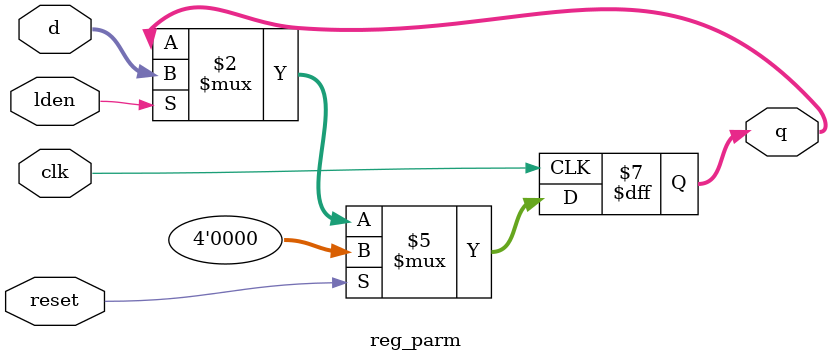
<source format=sv>
`timescale 1ns / 1ps
module reg_parm #(parameter W=4) (
		input logic          clk,
		input logic          reset,
		input logic          lden,
		input logic [W-1:0]  d,
		output logic [W-1:0] q
		);

  always_ff @(posedge clk)
    if (reset) q <= '0;
    else if (lden) q <= d;
	 
endmodule

</source>
